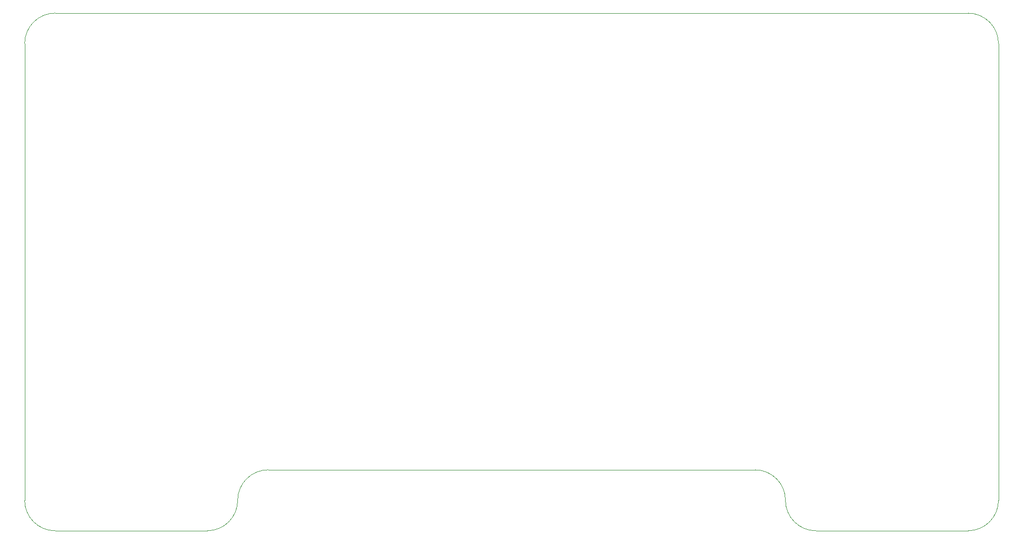
<source format=gbr>
%TF.GenerationSoftware,KiCad,Pcbnew,(5.99.0-3294-g9c46e491e)*%
%TF.CreationDate,2020-11-09T01:34:02-05:00*%
%TF.ProjectId,Game_Controller,47616d65-5f43-46f6-9e74-726f6c6c6572,rev?*%
%TF.SameCoordinates,Original*%
%TF.FileFunction,Profile,NP*%
%FSLAX46Y46*%
G04 Gerber Fmt 4.6, Leading zero omitted, Abs format (unit mm)*
G04 Created by KiCad (PCBNEW (5.99.0-3294-g9c46e491e)) date 2020-11-09 01:34:02*
%MOMM*%
%LPD*%
G01*
G04 APERTURE LIST*
%TA.AperFunction,Profile*%
%ADD10C,0.100000*%
%TD*%
G04 APERTURE END LIST*
D10*
X115416000Y-126170000D02*
X196696000Y-126170000D01*
X79856000Y-136330000D02*
X105256000Y-136330000D01*
X206856000Y-136330000D02*
X232256000Y-136330000D01*
X196696000Y-126170000D02*
G75*
G02*
X201776000Y-131250000I0J-5080000D01*
G01*
X115416000Y-126170000D02*
G75*
G03*
X110336000Y-131250000I0J-5080000D01*
G01*
X201776000Y-131250000D02*
G75*
G03*
X206856000Y-136330000I5080000J0D01*
G01*
X105256000Y-136330000D02*
G75*
G03*
X110336000Y-131250000I0J5080000D01*
G01*
X74776000Y-131250000D02*
X74776000Y-55050000D01*
X237336000Y-55050000D02*
X237336000Y-131250000D01*
X79856000Y-49970000D02*
X232256000Y-49970000D01*
X232256000Y-136330000D02*
G75*
G03*
X237336000Y-131250000I0J5080000D01*
G01*
X237336000Y-55050000D02*
G75*
G03*
X232256000Y-49970000I-5080000J0D01*
G01*
X74776000Y-131250000D02*
G75*
G03*
X79856000Y-136330000I5080000J0D01*
G01*
X79856000Y-49970000D02*
G75*
G03*
X74776000Y-55050000I0J-5080000D01*
G01*
M02*

</source>
